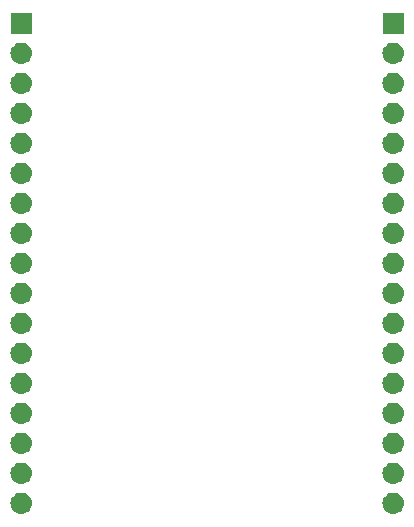
<source format=gbr>
G04 #@! TF.GenerationSoftware,KiCad,Pcbnew,5.1.0*
G04 #@! TF.CreationDate,2019-03-28T19:40:46+01:00*
G04 #@! TF.ProjectId,hc05-bb,68633035-2d62-4622-9e6b-696361645f70,rev?*
G04 #@! TF.SameCoordinates,Original*
G04 #@! TF.FileFunction,Soldermask,Bot*
G04 #@! TF.FilePolarity,Negative*
%FSLAX46Y46*%
G04 Gerber Fmt 4.6, Leading zero omitted, Abs format (unit mm)*
G04 Created by KiCad (PCBNEW 5.1.0) date 2019-03-28 19:40:46*
%MOMM*%
%LPD*%
G04 APERTURE LIST*
%ADD10C,0.100000*%
G04 APERTURE END LIST*
D10*
G36*
X53958443Y-105785519D02*
G01*
X54024627Y-105792037D01*
X54194466Y-105843557D01*
X54350991Y-105927222D01*
X54386729Y-105956552D01*
X54488186Y-106039814D01*
X54571448Y-106141271D01*
X54600778Y-106177009D01*
X54684443Y-106333534D01*
X54735963Y-106503373D01*
X54753359Y-106680000D01*
X54735963Y-106856627D01*
X54684443Y-107026466D01*
X54600778Y-107182991D01*
X54571448Y-107218729D01*
X54488186Y-107320186D01*
X54386729Y-107403448D01*
X54350991Y-107432778D01*
X54194466Y-107516443D01*
X54024627Y-107567963D01*
X53958443Y-107574481D01*
X53892260Y-107581000D01*
X53803740Y-107581000D01*
X53737557Y-107574481D01*
X53671373Y-107567963D01*
X53501534Y-107516443D01*
X53345009Y-107432778D01*
X53309271Y-107403448D01*
X53207814Y-107320186D01*
X53124552Y-107218729D01*
X53095222Y-107182991D01*
X53011557Y-107026466D01*
X52960037Y-106856627D01*
X52942641Y-106680000D01*
X52960037Y-106503373D01*
X53011557Y-106333534D01*
X53095222Y-106177009D01*
X53124552Y-106141271D01*
X53207814Y-106039814D01*
X53309271Y-105956552D01*
X53345009Y-105927222D01*
X53501534Y-105843557D01*
X53671373Y-105792037D01*
X53737557Y-105785519D01*
X53803740Y-105779000D01*
X53892260Y-105779000D01*
X53958443Y-105785519D01*
X53958443Y-105785519D01*
G37*
G36*
X22462443Y-105785519D02*
G01*
X22528627Y-105792037D01*
X22698466Y-105843557D01*
X22854991Y-105927222D01*
X22890729Y-105956552D01*
X22992186Y-106039814D01*
X23075448Y-106141271D01*
X23104778Y-106177009D01*
X23188443Y-106333534D01*
X23239963Y-106503373D01*
X23257359Y-106680000D01*
X23239963Y-106856627D01*
X23188443Y-107026466D01*
X23104778Y-107182991D01*
X23075448Y-107218729D01*
X22992186Y-107320186D01*
X22890729Y-107403448D01*
X22854991Y-107432778D01*
X22698466Y-107516443D01*
X22528627Y-107567963D01*
X22462443Y-107574481D01*
X22396260Y-107581000D01*
X22307740Y-107581000D01*
X22241557Y-107574481D01*
X22175373Y-107567963D01*
X22005534Y-107516443D01*
X21849009Y-107432778D01*
X21813271Y-107403448D01*
X21711814Y-107320186D01*
X21628552Y-107218729D01*
X21599222Y-107182991D01*
X21515557Y-107026466D01*
X21464037Y-106856627D01*
X21446641Y-106680000D01*
X21464037Y-106503373D01*
X21515557Y-106333534D01*
X21599222Y-106177009D01*
X21628552Y-106141271D01*
X21711814Y-106039814D01*
X21813271Y-105956552D01*
X21849009Y-105927222D01*
X22005534Y-105843557D01*
X22175373Y-105792037D01*
X22241557Y-105785519D01*
X22307740Y-105779000D01*
X22396260Y-105779000D01*
X22462443Y-105785519D01*
X22462443Y-105785519D01*
G37*
G36*
X22462443Y-103245519D02*
G01*
X22528627Y-103252037D01*
X22698466Y-103303557D01*
X22854991Y-103387222D01*
X22890729Y-103416552D01*
X22992186Y-103499814D01*
X23075448Y-103601271D01*
X23104778Y-103637009D01*
X23188443Y-103793534D01*
X23239963Y-103963373D01*
X23257359Y-104140000D01*
X23239963Y-104316627D01*
X23188443Y-104486466D01*
X23104778Y-104642991D01*
X23075448Y-104678729D01*
X22992186Y-104780186D01*
X22890729Y-104863448D01*
X22854991Y-104892778D01*
X22698466Y-104976443D01*
X22528627Y-105027963D01*
X22462442Y-105034482D01*
X22396260Y-105041000D01*
X22307740Y-105041000D01*
X22241557Y-105034481D01*
X22175373Y-105027963D01*
X22005534Y-104976443D01*
X21849009Y-104892778D01*
X21813271Y-104863448D01*
X21711814Y-104780186D01*
X21628552Y-104678729D01*
X21599222Y-104642991D01*
X21515557Y-104486466D01*
X21464037Y-104316627D01*
X21446641Y-104140000D01*
X21464037Y-103963373D01*
X21515557Y-103793534D01*
X21599222Y-103637009D01*
X21628552Y-103601271D01*
X21711814Y-103499814D01*
X21813271Y-103416552D01*
X21849009Y-103387222D01*
X22005534Y-103303557D01*
X22175373Y-103252037D01*
X22241557Y-103245519D01*
X22307740Y-103239000D01*
X22396260Y-103239000D01*
X22462443Y-103245519D01*
X22462443Y-103245519D01*
G37*
G36*
X53958443Y-103245519D02*
G01*
X54024627Y-103252037D01*
X54194466Y-103303557D01*
X54350991Y-103387222D01*
X54386729Y-103416552D01*
X54488186Y-103499814D01*
X54571448Y-103601271D01*
X54600778Y-103637009D01*
X54684443Y-103793534D01*
X54735963Y-103963373D01*
X54753359Y-104140000D01*
X54735963Y-104316627D01*
X54684443Y-104486466D01*
X54600778Y-104642991D01*
X54571448Y-104678729D01*
X54488186Y-104780186D01*
X54386729Y-104863448D01*
X54350991Y-104892778D01*
X54194466Y-104976443D01*
X54024627Y-105027963D01*
X53958442Y-105034482D01*
X53892260Y-105041000D01*
X53803740Y-105041000D01*
X53737557Y-105034481D01*
X53671373Y-105027963D01*
X53501534Y-104976443D01*
X53345009Y-104892778D01*
X53309271Y-104863448D01*
X53207814Y-104780186D01*
X53124552Y-104678729D01*
X53095222Y-104642991D01*
X53011557Y-104486466D01*
X52960037Y-104316627D01*
X52942641Y-104140000D01*
X52960037Y-103963373D01*
X53011557Y-103793534D01*
X53095222Y-103637009D01*
X53124552Y-103601271D01*
X53207814Y-103499814D01*
X53309271Y-103416552D01*
X53345009Y-103387222D01*
X53501534Y-103303557D01*
X53671373Y-103252037D01*
X53737558Y-103245518D01*
X53803740Y-103239000D01*
X53892260Y-103239000D01*
X53958443Y-103245519D01*
X53958443Y-103245519D01*
G37*
G36*
X53958443Y-100705519D02*
G01*
X54024627Y-100712037D01*
X54194466Y-100763557D01*
X54350991Y-100847222D01*
X54386729Y-100876552D01*
X54488186Y-100959814D01*
X54571448Y-101061271D01*
X54600778Y-101097009D01*
X54684443Y-101253534D01*
X54735963Y-101423373D01*
X54753359Y-101600000D01*
X54735963Y-101776627D01*
X54684443Y-101946466D01*
X54600778Y-102102991D01*
X54571448Y-102138729D01*
X54488186Y-102240186D01*
X54386729Y-102323448D01*
X54350991Y-102352778D01*
X54194466Y-102436443D01*
X54024627Y-102487963D01*
X53958442Y-102494482D01*
X53892260Y-102501000D01*
X53803740Y-102501000D01*
X53737558Y-102494482D01*
X53671373Y-102487963D01*
X53501534Y-102436443D01*
X53345009Y-102352778D01*
X53309271Y-102323448D01*
X53207814Y-102240186D01*
X53124552Y-102138729D01*
X53095222Y-102102991D01*
X53011557Y-101946466D01*
X52960037Y-101776627D01*
X52942641Y-101600000D01*
X52960037Y-101423373D01*
X53011557Y-101253534D01*
X53095222Y-101097009D01*
X53124552Y-101061271D01*
X53207814Y-100959814D01*
X53309271Y-100876552D01*
X53345009Y-100847222D01*
X53501534Y-100763557D01*
X53671373Y-100712037D01*
X53737557Y-100705519D01*
X53803740Y-100699000D01*
X53892260Y-100699000D01*
X53958443Y-100705519D01*
X53958443Y-100705519D01*
G37*
G36*
X22462443Y-100705519D02*
G01*
X22528627Y-100712037D01*
X22698466Y-100763557D01*
X22854991Y-100847222D01*
X22890729Y-100876552D01*
X22992186Y-100959814D01*
X23075448Y-101061271D01*
X23104778Y-101097009D01*
X23188443Y-101253534D01*
X23239963Y-101423373D01*
X23257359Y-101600000D01*
X23239963Y-101776627D01*
X23188443Y-101946466D01*
X23104778Y-102102991D01*
X23075448Y-102138729D01*
X22992186Y-102240186D01*
X22890729Y-102323448D01*
X22854991Y-102352778D01*
X22698466Y-102436443D01*
X22528627Y-102487963D01*
X22462442Y-102494482D01*
X22396260Y-102501000D01*
X22307740Y-102501000D01*
X22241558Y-102494482D01*
X22175373Y-102487963D01*
X22005534Y-102436443D01*
X21849009Y-102352778D01*
X21813271Y-102323448D01*
X21711814Y-102240186D01*
X21628552Y-102138729D01*
X21599222Y-102102991D01*
X21515557Y-101946466D01*
X21464037Y-101776627D01*
X21446641Y-101600000D01*
X21464037Y-101423373D01*
X21515557Y-101253534D01*
X21599222Y-101097009D01*
X21628552Y-101061271D01*
X21711814Y-100959814D01*
X21813271Y-100876552D01*
X21849009Y-100847222D01*
X22005534Y-100763557D01*
X22175373Y-100712037D01*
X22241557Y-100705519D01*
X22307740Y-100699000D01*
X22396260Y-100699000D01*
X22462443Y-100705519D01*
X22462443Y-100705519D01*
G37*
G36*
X22462443Y-98165519D02*
G01*
X22528627Y-98172037D01*
X22698466Y-98223557D01*
X22854991Y-98307222D01*
X22890729Y-98336552D01*
X22992186Y-98419814D01*
X23075448Y-98521271D01*
X23104778Y-98557009D01*
X23188443Y-98713534D01*
X23239963Y-98883373D01*
X23257359Y-99060000D01*
X23239963Y-99236627D01*
X23188443Y-99406466D01*
X23104778Y-99562991D01*
X23075448Y-99598729D01*
X22992186Y-99700186D01*
X22890729Y-99783448D01*
X22854991Y-99812778D01*
X22698466Y-99896443D01*
X22528627Y-99947963D01*
X22462443Y-99954481D01*
X22396260Y-99961000D01*
X22307740Y-99961000D01*
X22241557Y-99954481D01*
X22175373Y-99947963D01*
X22005534Y-99896443D01*
X21849009Y-99812778D01*
X21813271Y-99783448D01*
X21711814Y-99700186D01*
X21628552Y-99598729D01*
X21599222Y-99562991D01*
X21515557Y-99406466D01*
X21464037Y-99236627D01*
X21446641Y-99060000D01*
X21464037Y-98883373D01*
X21515557Y-98713534D01*
X21599222Y-98557009D01*
X21628552Y-98521271D01*
X21711814Y-98419814D01*
X21813271Y-98336552D01*
X21849009Y-98307222D01*
X22005534Y-98223557D01*
X22175373Y-98172037D01*
X22241557Y-98165519D01*
X22307740Y-98159000D01*
X22396260Y-98159000D01*
X22462443Y-98165519D01*
X22462443Y-98165519D01*
G37*
G36*
X53958443Y-98165519D02*
G01*
X54024627Y-98172037D01*
X54194466Y-98223557D01*
X54350991Y-98307222D01*
X54386729Y-98336552D01*
X54488186Y-98419814D01*
X54571448Y-98521271D01*
X54600778Y-98557009D01*
X54684443Y-98713534D01*
X54735963Y-98883373D01*
X54753359Y-99060000D01*
X54735963Y-99236627D01*
X54684443Y-99406466D01*
X54600778Y-99562991D01*
X54571448Y-99598729D01*
X54488186Y-99700186D01*
X54386729Y-99783448D01*
X54350991Y-99812778D01*
X54194466Y-99896443D01*
X54024627Y-99947963D01*
X53958443Y-99954481D01*
X53892260Y-99961000D01*
X53803740Y-99961000D01*
X53737557Y-99954481D01*
X53671373Y-99947963D01*
X53501534Y-99896443D01*
X53345009Y-99812778D01*
X53309271Y-99783448D01*
X53207814Y-99700186D01*
X53124552Y-99598729D01*
X53095222Y-99562991D01*
X53011557Y-99406466D01*
X52960037Y-99236627D01*
X52942641Y-99060000D01*
X52960037Y-98883373D01*
X53011557Y-98713534D01*
X53095222Y-98557009D01*
X53124552Y-98521271D01*
X53207814Y-98419814D01*
X53309271Y-98336552D01*
X53345009Y-98307222D01*
X53501534Y-98223557D01*
X53671373Y-98172037D01*
X53737557Y-98165519D01*
X53803740Y-98159000D01*
X53892260Y-98159000D01*
X53958443Y-98165519D01*
X53958443Y-98165519D01*
G37*
G36*
X22462442Y-95625518D02*
G01*
X22528627Y-95632037D01*
X22698466Y-95683557D01*
X22854991Y-95767222D01*
X22890729Y-95796552D01*
X22992186Y-95879814D01*
X23075448Y-95981271D01*
X23104778Y-96017009D01*
X23188443Y-96173534D01*
X23239963Y-96343373D01*
X23257359Y-96520000D01*
X23239963Y-96696627D01*
X23188443Y-96866466D01*
X23104778Y-97022991D01*
X23075448Y-97058729D01*
X22992186Y-97160186D01*
X22890729Y-97243448D01*
X22854991Y-97272778D01*
X22698466Y-97356443D01*
X22528627Y-97407963D01*
X22462442Y-97414482D01*
X22396260Y-97421000D01*
X22307740Y-97421000D01*
X22241558Y-97414482D01*
X22175373Y-97407963D01*
X22005534Y-97356443D01*
X21849009Y-97272778D01*
X21813271Y-97243448D01*
X21711814Y-97160186D01*
X21628552Y-97058729D01*
X21599222Y-97022991D01*
X21515557Y-96866466D01*
X21464037Y-96696627D01*
X21446641Y-96520000D01*
X21464037Y-96343373D01*
X21515557Y-96173534D01*
X21599222Y-96017009D01*
X21628552Y-95981271D01*
X21711814Y-95879814D01*
X21813271Y-95796552D01*
X21849009Y-95767222D01*
X22005534Y-95683557D01*
X22175373Y-95632037D01*
X22241558Y-95625518D01*
X22307740Y-95619000D01*
X22396260Y-95619000D01*
X22462442Y-95625518D01*
X22462442Y-95625518D01*
G37*
G36*
X53958442Y-95625518D02*
G01*
X54024627Y-95632037D01*
X54194466Y-95683557D01*
X54350991Y-95767222D01*
X54386729Y-95796552D01*
X54488186Y-95879814D01*
X54571448Y-95981271D01*
X54600778Y-96017009D01*
X54684443Y-96173534D01*
X54735963Y-96343373D01*
X54753359Y-96520000D01*
X54735963Y-96696627D01*
X54684443Y-96866466D01*
X54600778Y-97022991D01*
X54571448Y-97058729D01*
X54488186Y-97160186D01*
X54386729Y-97243448D01*
X54350991Y-97272778D01*
X54194466Y-97356443D01*
X54024627Y-97407963D01*
X53958442Y-97414482D01*
X53892260Y-97421000D01*
X53803740Y-97421000D01*
X53737558Y-97414482D01*
X53671373Y-97407963D01*
X53501534Y-97356443D01*
X53345009Y-97272778D01*
X53309271Y-97243448D01*
X53207814Y-97160186D01*
X53124552Y-97058729D01*
X53095222Y-97022991D01*
X53011557Y-96866466D01*
X52960037Y-96696627D01*
X52942641Y-96520000D01*
X52960037Y-96343373D01*
X53011557Y-96173534D01*
X53095222Y-96017009D01*
X53124552Y-95981271D01*
X53207814Y-95879814D01*
X53309271Y-95796552D01*
X53345009Y-95767222D01*
X53501534Y-95683557D01*
X53671373Y-95632037D01*
X53737558Y-95625518D01*
X53803740Y-95619000D01*
X53892260Y-95619000D01*
X53958442Y-95625518D01*
X53958442Y-95625518D01*
G37*
G36*
X22462443Y-93085519D02*
G01*
X22528627Y-93092037D01*
X22698466Y-93143557D01*
X22854991Y-93227222D01*
X22890729Y-93256552D01*
X22992186Y-93339814D01*
X23075448Y-93441271D01*
X23104778Y-93477009D01*
X23188443Y-93633534D01*
X23239963Y-93803373D01*
X23257359Y-93980000D01*
X23239963Y-94156627D01*
X23188443Y-94326466D01*
X23104778Y-94482991D01*
X23075448Y-94518729D01*
X22992186Y-94620186D01*
X22890729Y-94703448D01*
X22854991Y-94732778D01*
X22698466Y-94816443D01*
X22528627Y-94867963D01*
X22462443Y-94874481D01*
X22396260Y-94881000D01*
X22307740Y-94881000D01*
X22241557Y-94874481D01*
X22175373Y-94867963D01*
X22005534Y-94816443D01*
X21849009Y-94732778D01*
X21813271Y-94703448D01*
X21711814Y-94620186D01*
X21628552Y-94518729D01*
X21599222Y-94482991D01*
X21515557Y-94326466D01*
X21464037Y-94156627D01*
X21446641Y-93980000D01*
X21464037Y-93803373D01*
X21515557Y-93633534D01*
X21599222Y-93477009D01*
X21628552Y-93441271D01*
X21711814Y-93339814D01*
X21813271Y-93256552D01*
X21849009Y-93227222D01*
X22005534Y-93143557D01*
X22175373Y-93092037D01*
X22241557Y-93085519D01*
X22307740Y-93079000D01*
X22396260Y-93079000D01*
X22462443Y-93085519D01*
X22462443Y-93085519D01*
G37*
G36*
X53958443Y-93085519D02*
G01*
X54024627Y-93092037D01*
X54194466Y-93143557D01*
X54350991Y-93227222D01*
X54386729Y-93256552D01*
X54488186Y-93339814D01*
X54571448Y-93441271D01*
X54600778Y-93477009D01*
X54684443Y-93633534D01*
X54735963Y-93803373D01*
X54753359Y-93980000D01*
X54735963Y-94156627D01*
X54684443Y-94326466D01*
X54600778Y-94482991D01*
X54571448Y-94518729D01*
X54488186Y-94620186D01*
X54386729Y-94703448D01*
X54350991Y-94732778D01*
X54194466Y-94816443D01*
X54024627Y-94867963D01*
X53958443Y-94874481D01*
X53892260Y-94881000D01*
X53803740Y-94881000D01*
X53737557Y-94874481D01*
X53671373Y-94867963D01*
X53501534Y-94816443D01*
X53345009Y-94732778D01*
X53309271Y-94703448D01*
X53207814Y-94620186D01*
X53124552Y-94518729D01*
X53095222Y-94482991D01*
X53011557Y-94326466D01*
X52960037Y-94156627D01*
X52942641Y-93980000D01*
X52960037Y-93803373D01*
X53011557Y-93633534D01*
X53095222Y-93477009D01*
X53124552Y-93441271D01*
X53207814Y-93339814D01*
X53309271Y-93256552D01*
X53345009Y-93227222D01*
X53501534Y-93143557D01*
X53671373Y-93092037D01*
X53737557Y-93085519D01*
X53803740Y-93079000D01*
X53892260Y-93079000D01*
X53958443Y-93085519D01*
X53958443Y-93085519D01*
G37*
G36*
X53958443Y-90545519D02*
G01*
X54024627Y-90552037D01*
X54194466Y-90603557D01*
X54350991Y-90687222D01*
X54386729Y-90716552D01*
X54488186Y-90799814D01*
X54571448Y-90901271D01*
X54600778Y-90937009D01*
X54684443Y-91093534D01*
X54735963Y-91263373D01*
X54753359Y-91440000D01*
X54735963Y-91616627D01*
X54684443Y-91786466D01*
X54600778Y-91942991D01*
X54571448Y-91978729D01*
X54488186Y-92080186D01*
X54386729Y-92163448D01*
X54350991Y-92192778D01*
X54194466Y-92276443D01*
X54024627Y-92327963D01*
X53958443Y-92334481D01*
X53892260Y-92341000D01*
X53803740Y-92341000D01*
X53737557Y-92334481D01*
X53671373Y-92327963D01*
X53501534Y-92276443D01*
X53345009Y-92192778D01*
X53309271Y-92163448D01*
X53207814Y-92080186D01*
X53124552Y-91978729D01*
X53095222Y-91942991D01*
X53011557Y-91786466D01*
X52960037Y-91616627D01*
X52942641Y-91440000D01*
X52960037Y-91263373D01*
X53011557Y-91093534D01*
X53095222Y-90937009D01*
X53124552Y-90901271D01*
X53207814Y-90799814D01*
X53309271Y-90716552D01*
X53345009Y-90687222D01*
X53501534Y-90603557D01*
X53671373Y-90552037D01*
X53737557Y-90545519D01*
X53803740Y-90539000D01*
X53892260Y-90539000D01*
X53958443Y-90545519D01*
X53958443Y-90545519D01*
G37*
G36*
X22462443Y-90545519D02*
G01*
X22528627Y-90552037D01*
X22698466Y-90603557D01*
X22854991Y-90687222D01*
X22890729Y-90716552D01*
X22992186Y-90799814D01*
X23075448Y-90901271D01*
X23104778Y-90937009D01*
X23188443Y-91093534D01*
X23239963Y-91263373D01*
X23257359Y-91440000D01*
X23239963Y-91616627D01*
X23188443Y-91786466D01*
X23104778Y-91942991D01*
X23075448Y-91978729D01*
X22992186Y-92080186D01*
X22890729Y-92163448D01*
X22854991Y-92192778D01*
X22698466Y-92276443D01*
X22528627Y-92327963D01*
X22462443Y-92334481D01*
X22396260Y-92341000D01*
X22307740Y-92341000D01*
X22241557Y-92334481D01*
X22175373Y-92327963D01*
X22005534Y-92276443D01*
X21849009Y-92192778D01*
X21813271Y-92163448D01*
X21711814Y-92080186D01*
X21628552Y-91978729D01*
X21599222Y-91942991D01*
X21515557Y-91786466D01*
X21464037Y-91616627D01*
X21446641Y-91440000D01*
X21464037Y-91263373D01*
X21515557Y-91093534D01*
X21599222Y-90937009D01*
X21628552Y-90901271D01*
X21711814Y-90799814D01*
X21813271Y-90716552D01*
X21849009Y-90687222D01*
X22005534Y-90603557D01*
X22175373Y-90552037D01*
X22241557Y-90545519D01*
X22307740Y-90539000D01*
X22396260Y-90539000D01*
X22462443Y-90545519D01*
X22462443Y-90545519D01*
G37*
G36*
X53958443Y-88005519D02*
G01*
X54024627Y-88012037D01*
X54194466Y-88063557D01*
X54350991Y-88147222D01*
X54386729Y-88176552D01*
X54488186Y-88259814D01*
X54571448Y-88361271D01*
X54600778Y-88397009D01*
X54684443Y-88553534D01*
X54735963Y-88723373D01*
X54753359Y-88900000D01*
X54735963Y-89076627D01*
X54684443Y-89246466D01*
X54600778Y-89402991D01*
X54571448Y-89438729D01*
X54488186Y-89540186D01*
X54386729Y-89623448D01*
X54350991Y-89652778D01*
X54194466Y-89736443D01*
X54024627Y-89787963D01*
X53958443Y-89794481D01*
X53892260Y-89801000D01*
X53803740Y-89801000D01*
X53737557Y-89794481D01*
X53671373Y-89787963D01*
X53501534Y-89736443D01*
X53345009Y-89652778D01*
X53309271Y-89623448D01*
X53207814Y-89540186D01*
X53124552Y-89438729D01*
X53095222Y-89402991D01*
X53011557Y-89246466D01*
X52960037Y-89076627D01*
X52942641Y-88900000D01*
X52960037Y-88723373D01*
X53011557Y-88553534D01*
X53095222Y-88397009D01*
X53124552Y-88361271D01*
X53207814Y-88259814D01*
X53309271Y-88176552D01*
X53345009Y-88147222D01*
X53501534Y-88063557D01*
X53671373Y-88012037D01*
X53737557Y-88005519D01*
X53803740Y-87999000D01*
X53892260Y-87999000D01*
X53958443Y-88005519D01*
X53958443Y-88005519D01*
G37*
G36*
X22462443Y-88005519D02*
G01*
X22528627Y-88012037D01*
X22698466Y-88063557D01*
X22854991Y-88147222D01*
X22890729Y-88176552D01*
X22992186Y-88259814D01*
X23075448Y-88361271D01*
X23104778Y-88397009D01*
X23188443Y-88553534D01*
X23239963Y-88723373D01*
X23257359Y-88900000D01*
X23239963Y-89076627D01*
X23188443Y-89246466D01*
X23104778Y-89402991D01*
X23075448Y-89438729D01*
X22992186Y-89540186D01*
X22890729Y-89623448D01*
X22854991Y-89652778D01*
X22698466Y-89736443D01*
X22528627Y-89787963D01*
X22462443Y-89794481D01*
X22396260Y-89801000D01*
X22307740Y-89801000D01*
X22241557Y-89794481D01*
X22175373Y-89787963D01*
X22005534Y-89736443D01*
X21849009Y-89652778D01*
X21813271Y-89623448D01*
X21711814Y-89540186D01*
X21628552Y-89438729D01*
X21599222Y-89402991D01*
X21515557Y-89246466D01*
X21464037Y-89076627D01*
X21446641Y-88900000D01*
X21464037Y-88723373D01*
X21515557Y-88553534D01*
X21599222Y-88397009D01*
X21628552Y-88361271D01*
X21711814Y-88259814D01*
X21813271Y-88176552D01*
X21849009Y-88147222D01*
X22005534Y-88063557D01*
X22175373Y-88012037D01*
X22241557Y-88005519D01*
X22307740Y-87999000D01*
X22396260Y-87999000D01*
X22462443Y-88005519D01*
X22462443Y-88005519D01*
G37*
G36*
X22462442Y-85465518D02*
G01*
X22528627Y-85472037D01*
X22698466Y-85523557D01*
X22854991Y-85607222D01*
X22890729Y-85636552D01*
X22992186Y-85719814D01*
X23075448Y-85821271D01*
X23104778Y-85857009D01*
X23188443Y-86013534D01*
X23239963Y-86183373D01*
X23257359Y-86360000D01*
X23239963Y-86536627D01*
X23188443Y-86706466D01*
X23104778Y-86862991D01*
X23075448Y-86898729D01*
X22992186Y-87000186D01*
X22890729Y-87083448D01*
X22854991Y-87112778D01*
X22698466Y-87196443D01*
X22528627Y-87247963D01*
X22462442Y-87254482D01*
X22396260Y-87261000D01*
X22307740Y-87261000D01*
X22241558Y-87254482D01*
X22175373Y-87247963D01*
X22005534Y-87196443D01*
X21849009Y-87112778D01*
X21813271Y-87083448D01*
X21711814Y-87000186D01*
X21628552Y-86898729D01*
X21599222Y-86862991D01*
X21515557Y-86706466D01*
X21464037Y-86536627D01*
X21446641Y-86360000D01*
X21464037Y-86183373D01*
X21515557Y-86013534D01*
X21599222Y-85857009D01*
X21628552Y-85821271D01*
X21711814Y-85719814D01*
X21813271Y-85636552D01*
X21849009Y-85607222D01*
X22005534Y-85523557D01*
X22175373Y-85472037D01*
X22241558Y-85465518D01*
X22307740Y-85459000D01*
X22396260Y-85459000D01*
X22462442Y-85465518D01*
X22462442Y-85465518D01*
G37*
G36*
X53958442Y-85465518D02*
G01*
X54024627Y-85472037D01*
X54194466Y-85523557D01*
X54350991Y-85607222D01*
X54386729Y-85636552D01*
X54488186Y-85719814D01*
X54571448Y-85821271D01*
X54600778Y-85857009D01*
X54684443Y-86013534D01*
X54735963Y-86183373D01*
X54753359Y-86360000D01*
X54735963Y-86536627D01*
X54684443Y-86706466D01*
X54600778Y-86862991D01*
X54571448Y-86898729D01*
X54488186Y-87000186D01*
X54386729Y-87083448D01*
X54350991Y-87112778D01*
X54194466Y-87196443D01*
X54024627Y-87247963D01*
X53958442Y-87254482D01*
X53892260Y-87261000D01*
X53803740Y-87261000D01*
X53737558Y-87254482D01*
X53671373Y-87247963D01*
X53501534Y-87196443D01*
X53345009Y-87112778D01*
X53309271Y-87083448D01*
X53207814Y-87000186D01*
X53124552Y-86898729D01*
X53095222Y-86862991D01*
X53011557Y-86706466D01*
X52960037Y-86536627D01*
X52942641Y-86360000D01*
X52960037Y-86183373D01*
X53011557Y-86013534D01*
X53095222Y-85857009D01*
X53124552Y-85821271D01*
X53207814Y-85719814D01*
X53309271Y-85636552D01*
X53345009Y-85607222D01*
X53501534Y-85523557D01*
X53671373Y-85472037D01*
X53737558Y-85465518D01*
X53803740Y-85459000D01*
X53892260Y-85459000D01*
X53958442Y-85465518D01*
X53958442Y-85465518D01*
G37*
G36*
X53958443Y-82925519D02*
G01*
X54024627Y-82932037D01*
X54194466Y-82983557D01*
X54350991Y-83067222D01*
X54386729Y-83096552D01*
X54488186Y-83179814D01*
X54571448Y-83281271D01*
X54600778Y-83317009D01*
X54684443Y-83473534D01*
X54735963Y-83643373D01*
X54753359Y-83820000D01*
X54735963Y-83996627D01*
X54684443Y-84166466D01*
X54600778Y-84322991D01*
X54571448Y-84358729D01*
X54488186Y-84460186D01*
X54386729Y-84543448D01*
X54350991Y-84572778D01*
X54194466Y-84656443D01*
X54024627Y-84707963D01*
X53958443Y-84714481D01*
X53892260Y-84721000D01*
X53803740Y-84721000D01*
X53737557Y-84714481D01*
X53671373Y-84707963D01*
X53501534Y-84656443D01*
X53345009Y-84572778D01*
X53309271Y-84543448D01*
X53207814Y-84460186D01*
X53124552Y-84358729D01*
X53095222Y-84322991D01*
X53011557Y-84166466D01*
X52960037Y-83996627D01*
X52942641Y-83820000D01*
X52960037Y-83643373D01*
X53011557Y-83473534D01*
X53095222Y-83317009D01*
X53124552Y-83281271D01*
X53207814Y-83179814D01*
X53309271Y-83096552D01*
X53345009Y-83067222D01*
X53501534Y-82983557D01*
X53671373Y-82932037D01*
X53737557Y-82925519D01*
X53803740Y-82919000D01*
X53892260Y-82919000D01*
X53958443Y-82925519D01*
X53958443Y-82925519D01*
G37*
G36*
X22462443Y-82925519D02*
G01*
X22528627Y-82932037D01*
X22698466Y-82983557D01*
X22854991Y-83067222D01*
X22890729Y-83096552D01*
X22992186Y-83179814D01*
X23075448Y-83281271D01*
X23104778Y-83317009D01*
X23188443Y-83473534D01*
X23239963Y-83643373D01*
X23257359Y-83820000D01*
X23239963Y-83996627D01*
X23188443Y-84166466D01*
X23104778Y-84322991D01*
X23075448Y-84358729D01*
X22992186Y-84460186D01*
X22890729Y-84543448D01*
X22854991Y-84572778D01*
X22698466Y-84656443D01*
X22528627Y-84707963D01*
X22462443Y-84714481D01*
X22396260Y-84721000D01*
X22307740Y-84721000D01*
X22241557Y-84714481D01*
X22175373Y-84707963D01*
X22005534Y-84656443D01*
X21849009Y-84572778D01*
X21813271Y-84543448D01*
X21711814Y-84460186D01*
X21628552Y-84358729D01*
X21599222Y-84322991D01*
X21515557Y-84166466D01*
X21464037Y-83996627D01*
X21446641Y-83820000D01*
X21464037Y-83643373D01*
X21515557Y-83473534D01*
X21599222Y-83317009D01*
X21628552Y-83281271D01*
X21711814Y-83179814D01*
X21813271Y-83096552D01*
X21849009Y-83067222D01*
X22005534Y-82983557D01*
X22175373Y-82932037D01*
X22241557Y-82925519D01*
X22307740Y-82919000D01*
X22396260Y-82919000D01*
X22462443Y-82925519D01*
X22462443Y-82925519D01*
G37*
G36*
X22462442Y-80385518D02*
G01*
X22528627Y-80392037D01*
X22698466Y-80443557D01*
X22854991Y-80527222D01*
X22890729Y-80556552D01*
X22992186Y-80639814D01*
X23075448Y-80741271D01*
X23104778Y-80777009D01*
X23188443Y-80933534D01*
X23239963Y-81103373D01*
X23257359Y-81280000D01*
X23239963Y-81456627D01*
X23188443Y-81626466D01*
X23104778Y-81782991D01*
X23075448Y-81818729D01*
X22992186Y-81920186D01*
X22890729Y-82003448D01*
X22854991Y-82032778D01*
X22698466Y-82116443D01*
X22528627Y-82167963D01*
X22462443Y-82174481D01*
X22396260Y-82181000D01*
X22307740Y-82181000D01*
X22241557Y-82174481D01*
X22175373Y-82167963D01*
X22005534Y-82116443D01*
X21849009Y-82032778D01*
X21813271Y-82003448D01*
X21711814Y-81920186D01*
X21628552Y-81818729D01*
X21599222Y-81782991D01*
X21515557Y-81626466D01*
X21464037Y-81456627D01*
X21446641Y-81280000D01*
X21464037Y-81103373D01*
X21515557Y-80933534D01*
X21599222Y-80777009D01*
X21628552Y-80741271D01*
X21711814Y-80639814D01*
X21813271Y-80556552D01*
X21849009Y-80527222D01*
X22005534Y-80443557D01*
X22175373Y-80392037D01*
X22241558Y-80385518D01*
X22307740Y-80379000D01*
X22396260Y-80379000D01*
X22462442Y-80385518D01*
X22462442Y-80385518D01*
G37*
G36*
X53958442Y-80385518D02*
G01*
X54024627Y-80392037D01*
X54194466Y-80443557D01*
X54350991Y-80527222D01*
X54386729Y-80556552D01*
X54488186Y-80639814D01*
X54571448Y-80741271D01*
X54600778Y-80777009D01*
X54684443Y-80933534D01*
X54735963Y-81103373D01*
X54753359Y-81280000D01*
X54735963Y-81456627D01*
X54684443Y-81626466D01*
X54600778Y-81782991D01*
X54571448Y-81818729D01*
X54488186Y-81920186D01*
X54386729Y-82003448D01*
X54350991Y-82032778D01*
X54194466Y-82116443D01*
X54024627Y-82167963D01*
X53958443Y-82174481D01*
X53892260Y-82181000D01*
X53803740Y-82181000D01*
X53737557Y-82174481D01*
X53671373Y-82167963D01*
X53501534Y-82116443D01*
X53345009Y-82032778D01*
X53309271Y-82003448D01*
X53207814Y-81920186D01*
X53124552Y-81818729D01*
X53095222Y-81782991D01*
X53011557Y-81626466D01*
X52960037Y-81456627D01*
X52942641Y-81280000D01*
X52960037Y-81103373D01*
X53011557Y-80933534D01*
X53095222Y-80777009D01*
X53124552Y-80741271D01*
X53207814Y-80639814D01*
X53309271Y-80556552D01*
X53345009Y-80527222D01*
X53501534Y-80443557D01*
X53671373Y-80392037D01*
X53737558Y-80385518D01*
X53803740Y-80379000D01*
X53892260Y-80379000D01*
X53958442Y-80385518D01*
X53958442Y-80385518D01*
G37*
G36*
X53958443Y-77845519D02*
G01*
X54024627Y-77852037D01*
X54194466Y-77903557D01*
X54350991Y-77987222D01*
X54386729Y-78016552D01*
X54488186Y-78099814D01*
X54571448Y-78201271D01*
X54600778Y-78237009D01*
X54684443Y-78393534D01*
X54735963Y-78563373D01*
X54753359Y-78740000D01*
X54735963Y-78916627D01*
X54684443Y-79086466D01*
X54600778Y-79242991D01*
X54571448Y-79278729D01*
X54488186Y-79380186D01*
X54386729Y-79463448D01*
X54350991Y-79492778D01*
X54194466Y-79576443D01*
X54024627Y-79627963D01*
X53958442Y-79634482D01*
X53892260Y-79641000D01*
X53803740Y-79641000D01*
X53737558Y-79634482D01*
X53671373Y-79627963D01*
X53501534Y-79576443D01*
X53345009Y-79492778D01*
X53309271Y-79463448D01*
X53207814Y-79380186D01*
X53124552Y-79278729D01*
X53095222Y-79242991D01*
X53011557Y-79086466D01*
X52960037Y-78916627D01*
X52942641Y-78740000D01*
X52960037Y-78563373D01*
X53011557Y-78393534D01*
X53095222Y-78237009D01*
X53124552Y-78201271D01*
X53207814Y-78099814D01*
X53309271Y-78016552D01*
X53345009Y-77987222D01*
X53501534Y-77903557D01*
X53671373Y-77852037D01*
X53737557Y-77845519D01*
X53803740Y-77839000D01*
X53892260Y-77839000D01*
X53958443Y-77845519D01*
X53958443Y-77845519D01*
G37*
G36*
X22462443Y-77845519D02*
G01*
X22528627Y-77852037D01*
X22698466Y-77903557D01*
X22854991Y-77987222D01*
X22890729Y-78016552D01*
X22992186Y-78099814D01*
X23075448Y-78201271D01*
X23104778Y-78237009D01*
X23188443Y-78393534D01*
X23239963Y-78563373D01*
X23257359Y-78740000D01*
X23239963Y-78916627D01*
X23188443Y-79086466D01*
X23104778Y-79242991D01*
X23075448Y-79278729D01*
X22992186Y-79380186D01*
X22890729Y-79463448D01*
X22854991Y-79492778D01*
X22698466Y-79576443D01*
X22528627Y-79627963D01*
X22462442Y-79634482D01*
X22396260Y-79641000D01*
X22307740Y-79641000D01*
X22241558Y-79634482D01*
X22175373Y-79627963D01*
X22005534Y-79576443D01*
X21849009Y-79492778D01*
X21813271Y-79463448D01*
X21711814Y-79380186D01*
X21628552Y-79278729D01*
X21599222Y-79242991D01*
X21515557Y-79086466D01*
X21464037Y-78916627D01*
X21446641Y-78740000D01*
X21464037Y-78563373D01*
X21515557Y-78393534D01*
X21599222Y-78237009D01*
X21628552Y-78201271D01*
X21711814Y-78099814D01*
X21813271Y-78016552D01*
X21849009Y-77987222D01*
X22005534Y-77903557D01*
X22175373Y-77852037D01*
X22241557Y-77845519D01*
X22307740Y-77839000D01*
X22396260Y-77839000D01*
X22462443Y-77845519D01*
X22462443Y-77845519D01*
G37*
G36*
X22462442Y-75305518D02*
G01*
X22528627Y-75312037D01*
X22698466Y-75363557D01*
X22854991Y-75447222D01*
X22890729Y-75476552D01*
X22992186Y-75559814D01*
X23075448Y-75661271D01*
X23104778Y-75697009D01*
X23188443Y-75853534D01*
X23239963Y-76023373D01*
X23257359Y-76200000D01*
X23239963Y-76376627D01*
X23188443Y-76546466D01*
X23104778Y-76702991D01*
X23075448Y-76738729D01*
X22992186Y-76840186D01*
X22890729Y-76923448D01*
X22854991Y-76952778D01*
X22698466Y-77036443D01*
X22528627Y-77087963D01*
X22462442Y-77094482D01*
X22396260Y-77101000D01*
X22307740Y-77101000D01*
X22241558Y-77094482D01*
X22175373Y-77087963D01*
X22005534Y-77036443D01*
X21849009Y-76952778D01*
X21813271Y-76923448D01*
X21711814Y-76840186D01*
X21628552Y-76738729D01*
X21599222Y-76702991D01*
X21515557Y-76546466D01*
X21464037Y-76376627D01*
X21446641Y-76200000D01*
X21464037Y-76023373D01*
X21515557Y-75853534D01*
X21599222Y-75697009D01*
X21628552Y-75661271D01*
X21711814Y-75559814D01*
X21813271Y-75476552D01*
X21849009Y-75447222D01*
X22005534Y-75363557D01*
X22175373Y-75312037D01*
X22241558Y-75305518D01*
X22307740Y-75299000D01*
X22396260Y-75299000D01*
X22462442Y-75305518D01*
X22462442Y-75305518D01*
G37*
G36*
X53958442Y-75305518D02*
G01*
X54024627Y-75312037D01*
X54194466Y-75363557D01*
X54350991Y-75447222D01*
X54386729Y-75476552D01*
X54488186Y-75559814D01*
X54571448Y-75661271D01*
X54600778Y-75697009D01*
X54684443Y-75853534D01*
X54735963Y-76023373D01*
X54753359Y-76200000D01*
X54735963Y-76376627D01*
X54684443Y-76546466D01*
X54600778Y-76702991D01*
X54571448Y-76738729D01*
X54488186Y-76840186D01*
X54386729Y-76923448D01*
X54350991Y-76952778D01*
X54194466Y-77036443D01*
X54024627Y-77087963D01*
X53958442Y-77094482D01*
X53892260Y-77101000D01*
X53803740Y-77101000D01*
X53737558Y-77094482D01*
X53671373Y-77087963D01*
X53501534Y-77036443D01*
X53345009Y-76952778D01*
X53309271Y-76923448D01*
X53207814Y-76840186D01*
X53124552Y-76738729D01*
X53095222Y-76702991D01*
X53011557Y-76546466D01*
X52960037Y-76376627D01*
X52942641Y-76200000D01*
X52960037Y-76023373D01*
X53011557Y-75853534D01*
X53095222Y-75697009D01*
X53124552Y-75661271D01*
X53207814Y-75559814D01*
X53309271Y-75476552D01*
X53345009Y-75447222D01*
X53501534Y-75363557D01*
X53671373Y-75312037D01*
X53737558Y-75305518D01*
X53803740Y-75299000D01*
X53892260Y-75299000D01*
X53958442Y-75305518D01*
X53958442Y-75305518D01*
G37*
G36*
X22462442Y-72765518D02*
G01*
X22528627Y-72772037D01*
X22698466Y-72823557D01*
X22854991Y-72907222D01*
X22890729Y-72936552D01*
X22992186Y-73019814D01*
X23075448Y-73121271D01*
X23104778Y-73157009D01*
X23188443Y-73313534D01*
X23239963Y-73483373D01*
X23257359Y-73660000D01*
X23239963Y-73836627D01*
X23188443Y-74006466D01*
X23104778Y-74162991D01*
X23075448Y-74198729D01*
X22992186Y-74300186D01*
X22890729Y-74383448D01*
X22854991Y-74412778D01*
X22698466Y-74496443D01*
X22528627Y-74547963D01*
X22462442Y-74554482D01*
X22396260Y-74561000D01*
X22307740Y-74561000D01*
X22241558Y-74554482D01*
X22175373Y-74547963D01*
X22005534Y-74496443D01*
X21849009Y-74412778D01*
X21813271Y-74383448D01*
X21711814Y-74300186D01*
X21628552Y-74198729D01*
X21599222Y-74162991D01*
X21515557Y-74006466D01*
X21464037Y-73836627D01*
X21446641Y-73660000D01*
X21464037Y-73483373D01*
X21515557Y-73313534D01*
X21599222Y-73157009D01*
X21628552Y-73121271D01*
X21711814Y-73019814D01*
X21813271Y-72936552D01*
X21849009Y-72907222D01*
X22005534Y-72823557D01*
X22175373Y-72772037D01*
X22241558Y-72765518D01*
X22307740Y-72759000D01*
X22396260Y-72759000D01*
X22462442Y-72765518D01*
X22462442Y-72765518D01*
G37*
G36*
X53958442Y-72765518D02*
G01*
X54024627Y-72772037D01*
X54194466Y-72823557D01*
X54350991Y-72907222D01*
X54386729Y-72936552D01*
X54488186Y-73019814D01*
X54571448Y-73121271D01*
X54600778Y-73157009D01*
X54684443Y-73313534D01*
X54735963Y-73483373D01*
X54753359Y-73660000D01*
X54735963Y-73836627D01*
X54684443Y-74006466D01*
X54600778Y-74162991D01*
X54571448Y-74198729D01*
X54488186Y-74300186D01*
X54386729Y-74383448D01*
X54350991Y-74412778D01*
X54194466Y-74496443D01*
X54024627Y-74547963D01*
X53958442Y-74554482D01*
X53892260Y-74561000D01*
X53803740Y-74561000D01*
X53737558Y-74554482D01*
X53671373Y-74547963D01*
X53501534Y-74496443D01*
X53345009Y-74412778D01*
X53309271Y-74383448D01*
X53207814Y-74300186D01*
X53124552Y-74198729D01*
X53095222Y-74162991D01*
X53011557Y-74006466D01*
X52960037Y-73836627D01*
X52942641Y-73660000D01*
X52960037Y-73483373D01*
X53011557Y-73313534D01*
X53095222Y-73157009D01*
X53124552Y-73121271D01*
X53207814Y-73019814D01*
X53309271Y-72936552D01*
X53345009Y-72907222D01*
X53501534Y-72823557D01*
X53671373Y-72772037D01*
X53737558Y-72765518D01*
X53803740Y-72759000D01*
X53892260Y-72759000D01*
X53958442Y-72765518D01*
X53958442Y-72765518D01*
G37*
G36*
X22462442Y-70225518D02*
G01*
X22528627Y-70232037D01*
X22698466Y-70283557D01*
X22854991Y-70367222D01*
X22890729Y-70396552D01*
X22992186Y-70479814D01*
X23075448Y-70581271D01*
X23104778Y-70617009D01*
X23188443Y-70773534D01*
X23239963Y-70943373D01*
X23257359Y-71120000D01*
X23239963Y-71296627D01*
X23188443Y-71466466D01*
X23104778Y-71622991D01*
X23075448Y-71658729D01*
X22992186Y-71760186D01*
X22890729Y-71843448D01*
X22854991Y-71872778D01*
X22698466Y-71956443D01*
X22528627Y-72007963D01*
X22462443Y-72014481D01*
X22396260Y-72021000D01*
X22307740Y-72021000D01*
X22241557Y-72014481D01*
X22175373Y-72007963D01*
X22005534Y-71956443D01*
X21849009Y-71872778D01*
X21813271Y-71843448D01*
X21711814Y-71760186D01*
X21628552Y-71658729D01*
X21599222Y-71622991D01*
X21515557Y-71466466D01*
X21464037Y-71296627D01*
X21446641Y-71120000D01*
X21464037Y-70943373D01*
X21515557Y-70773534D01*
X21599222Y-70617009D01*
X21628552Y-70581271D01*
X21711814Y-70479814D01*
X21813271Y-70396552D01*
X21849009Y-70367222D01*
X22005534Y-70283557D01*
X22175373Y-70232037D01*
X22241558Y-70225518D01*
X22307740Y-70219000D01*
X22396260Y-70219000D01*
X22462442Y-70225518D01*
X22462442Y-70225518D01*
G37*
G36*
X53958442Y-70225518D02*
G01*
X54024627Y-70232037D01*
X54194466Y-70283557D01*
X54350991Y-70367222D01*
X54386729Y-70396552D01*
X54488186Y-70479814D01*
X54571448Y-70581271D01*
X54600778Y-70617009D01*
X54684443Y-70773534D01*
X54735963Y-70943373D01*
X54753359Y-71120000D01*
X54735963Y-71296627D01*
X54684443Y-71466466D01*
X54600778Y-71622991D01*
X54571448Y-71658729D01*
X54488186Y-71760186D01*
X54386729Y-71843448D01*
X54350991Y-71872778D01*
X54194466Y-71956443D01*
X54024627Y-72007963D01*
X53958443Y-72014481D01*
X53892260Y-72021000D01*
X53803740Y-72021000D01*
X53737557Y-72014481D01*
X53671373Y-72007963D01*
X53501534Y-71956443D01*
X53345009Y-71872778D01*
X53309271Y-71843448D01*
X53207814Y-71760186D01*
X53124552Y-71658729D01*
X53095222Y-71622991D01*
X53011557Y-71466466D01*
X52960037Y-71296627D01*
X52942641Y-71120000D01*
X52960037Y-70943373D01*
X53011557Y-70773534D01*
X53095222Y-70617009D01*
X53124552Y-70581271D01*
X53207814Y-70479814D01*
X53309271Y-70396552D01*
X53345009Y-70367222D01*
X53501534Y-70283557D01*
X53671373Y-70232037D01*
X53737558Y-70225518D01*
X53803740Y-70219000D01*
X53892260Y-70219000D01*
X53958442Y-70225518D01*
X53958442Y-70225518D01*
G37*
G36*
X53958443Y-67685519D02*
G01*
X54024627Y-67692037D01*
X54194466Y-67743557D01*
X54350991Y-67827222D01*
X54386729Y-67856552D01*
X54488186Y-67939814D01*
X54571448Y-68041271D01*
X54600778Y-68077009D01*
X54684443Y-68233534D01*
X54735963Y-68403373D01*
X54753359Y-68580000D01*
X54735963Y-68756627D01*
X54684443Y-68926466D01*
X54600778Y-69082991D01*
X54571448Y-69118729D01*
X54488186Y-69220186D01*
X54386729Y-69303448D01*
X54350991Y-69332778D01*
X54194466Y-69416443D01*
X54024627Y-69467963D01*
X53958442Y-69474482D01*
X53892260Y-69481000D01*
X53803740Y-69481000D01*
X53737558Y-69474482D01*
X53671373Y-69467963D01*
X53501534Y-69416443D01*
X53345009Y-69332778D01*
X53309271Y-69303448D01*
X53207814Y-69220186D01*
X53124552Y-69118729D01*
X53095222Y-69082991D01*
X53011557Y-68926466D01*
X52960037Y-68756627D01*
X52942641Y-68580000D01*
X52960037Y-68403373D01*
X53011557Y-68233534D01*
X53095222Y-68077009D01*
X53124552Y-68041271D01*
X53207814Y-67939814D01*
X53309271Y-67856552D01*
X53345009Y-67827222D01*
X53501534Y-67743557D01*
X53671373Y-67692037D01*
X53737557Y-67685519D01*
X53803740Y-67679000D01*
X53892260Y-67679000D01*
X53958443Y-67685519D01*
X53958443Y-67685519D01*
G37*
G36*
X22462443Y-67685519D02*
G01*
X22528627Y-67692037D01*
X22698466Y-67743557D01*
X22854991Y-67827222D01*
X22890729Y-67856552D01*
X22992186Y-67939814D01*
X23075448Y-68041271D01*
X23104778Y-68077009D01*
X23188443Y-68233534D01*
X23239963Y-68403373D01*
X23257359Y-68580000D01*
X23239963Y-68756627D01*
X23188443Y-68926466D01*
X23104778Y-69082991D01*
X23075448Y-69118729D01*
X22992186Y-69220186D01*
X22890729Y-69303448D01*
X22854991Y-69332778D01*
X22698466Y-69416443D01*
X22528627Y-69467963D01*
X22462442Y-69474482D01*
X22396260Y-69481000D01*
X22307740Y-69481000D01*
X22241558Y-69474482D01*
X22175373Y-69467963D01*
X22005534Y-69416443D01*
X21849009Y-69332778D01*
X21813271Y-69303448D01*
X21711814Y-69220186D01*
X21628552Y-69118729D01*
X21599222Y-69082991D01*
X21515557Y-68926466D01*
X21464037Y-68756627D01*
X21446641Y-68580000D01*
X21464037Y-68403373D01*
X21515557Y-68233534D01*
X21599222Y-68077009D01*
X21628552Y-68041271D01*
X21711814Y-67939814D01*
X21813271Y-67856552D01*
X21849009Y-67827222D01*
X22005534Y-67743557D01*
X22175373Y-67692037D01*
X22241557Y-67685519D01*
X22307740Y-67679000D01*
X22396260Y-67679000D01*
X22462443Y-67685519D01*
X22462443Y-67685519D01*
G37*
G36*
X54749000Y-66941000D02*
G01*
X52947000Y-66941000D01*
X52947000Y-65139000D01*
X54749000Y-65139000D01*
X54749000Y-66941000D01*
X54749000Y-66941000D01*
G37*
G36*
X23253000Y-66941000D02*
G01*
X21451000Y-66941000D01*
X21451000Y-65139000D01*
X23253000Y-65139000D01*
X23253000Y-66941000D01*
X23253000Y-66941000D01*
G37*
M02*

</source>
